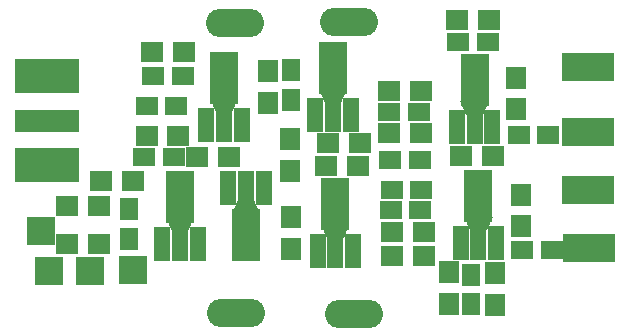
<source format=gbr>
G04 #@! TF.FileFunction,Soldermask,Top*
%FSLAX46Y46*%
G04 Gerber Fmt 4.6, Leading zero omitted, Abs format (unit mm)*
G04 Created by KiCad (PCBNEW 4.0.7) date 04/22/20 14:45:24*
%MOMM*%
%LPD*%
G01*
G04 APERTURE LIST*
%ADD10C,0.100000*%
%ADD11R,1.900000X1.650000*%
%ADD12R,1.900000X1.700000*%
%ADD13R,1.650000X1.900000*%
%ADD14R,1.700000X1.900000*%
%ADD15O,4.900000X2.400000*%
%ADD16R,4.400000X2.400000*%
%ADD17R,2.400000X2.400000*%
%ADD18R,1.400000X2.900000*%
%ADD19R,2.400000X4.400000*%
%ADD20R,5.480000X2.900000*%
%ADD21R,5.480000X1.900000*%
G04 APERTURE END LIST*
D10*
D11*
X94700000Y-87600000D03*
X97200000Y-87600000D03*
D12*
X100750000Y-91300000D03*
X103450000Y-91300000D03*
X76850000Y-89650000D03*
X74150000Y-89650000D03*
D11*
X105940000Y-99320000D03*
X108440000Y-99320000D03*
X94825000Y-95900000D03*
X97325000Y-95900000D03*
D13*
X86360000Y-86594000D03*
X86360000Y-84094000D03*
D11*
X74150000Y-87100000D03*
X76650000Y-87100000D03*
X74696000Y-84582000D03*
X77196000Y-84582000D03*
D14*
X99725000Y-101175000D03*
X99725000Y-103875000D03*
D12*
X94900000Y-97775000D03*
X97600000Y-97775000D03*
X78406000Y-91440000D03*
X81106000Y-91440000D03*
X89380000Y-92170000D03*
X92080000Y-92170000D03*
X89480000Y-90240000D03*
X92180000Y-90240000D03*
X70100000Y-98800000D03*
X67400000Y-98800000D03*
X67400000Y-95600000D03*
X70100000Y-95600000D03*
D15*
X91750000Y-104700000D03*
X81700000Y-104650000D03*
X91300000Y-80000000D03*
X81600000Y-80100000D03*
D13*
X101650000Y-103900000D03*
X101650000Y-101400000D03*
D11*
X105650000Y-89525000D03*
X108150000Y-89525000D03*
D16*
X111580000Y-99100000D03*
X111500000Y-94200000D03*
D17*
X69400000Y-101050000D03*
X73000000Y-100950000D03*
X65200000Y-97700000D03*
X65850000Y-101100000D03*
D14*
X105830000Y-97300000D03*
X105830000Y-94600000D03*
X84400000Y-86850000D03*
X84400000Y-84150000D03*
D18*
X100750000Y-98680000D03*
X102250000Y-98680000D03*
X103750000Y-98680000D03*
D19*
X102250000Y-94720000D03*
D10*
G36*
X103450000Y-96495000D02*
X102950000Y-97645000D01*
X101550000Y-97645000D01*
X101050000Y-96495000D01*
X103450000Y-96495000D01*
X103450000Y-96495000D01*
G37*
D18*
X100425000Y-88880000D03*
X101925000Y-88880000D03*
X103425000Y-88880000D03*
D19*
X101925000Y-84920000D03*
D10*
G36*
X103125000Y-86695000D02*
X102625000Y-87845000D01*
X101225000Y-87845000D01*
X100725000Y-86695000D01*
X103125000Y-86695000D01*
X103125000Y-86695000D01*
G37*
D18*
X79200000Y-88680000D03*
X80700000Y-88680000D03*
X82200000Y-88680000D03*
D19*
X80700000Y-84720000D03*
D10*
G36*
X81900000Y-86495000D02*
X81400000Y-87645000D01*
X80000000Y-87645000D01*
X79500000Y-86495000D01*
X81900000Y-86495000D01*
X81900000Y-86495000D01*
G37*
D20*
X65750000Y-84600000D03*
X65750000Y-92100000D03*
D21*
X65750000Y-88350000D03*
D12*
X94650000Y-89400000D03*
X97350000Y-89400000D03*
D11*
X100525000Y-81725000D03*
X103025000Y-81725000D03*
D16*
X111500000Y-83800000D03*
X111500000Y-89300000D03*
D18*
X75462000Y-98754000D03*
X76962000Y-98754000D03*
X78462000Y-98754000D03*
D19*
X76962000Y-94794000D03*
D10*
G36*
X78162000Y-96569000D02*
X77662000Y-97719000D01*
X76262000Y-97719000D01*
X75762000Y-96569000D01*
X78162000Y-96569000D01*
X78162000Y-96569000D01*
G37*
D18*
X88630000Y-99350000D03*
X90130000Y-99350000D03*
X91630000Y-99350000D03*
D19*
X90130000Y-95390000D03*
D10*
G36*
X91330000Y-97165000D02*
X90830000Y-98315000D01*
X89430000Y-98315000D01*
X88930000Y-97165000D01*
X91330000Y-97165000D01*
X91330000Y-97165000D01*
G37*
D18*
X84050000Y-94032000D03*
X82550000Y-94032000D03*
X81050000Y-94032000D03*
D19*
X82550000Y-97992000D03*
D10*
G36*
X81350000Y-96217000D02*
X81850000Y-95067000D01*
X83250000Y-95067000D01*
X83750000Y-96217000D01*
X81350000Y-96217000D01*
X81350000Y-96217000D01*
G37*
D18*
X88450000Y-87880000D03*
X89950000Y-87880000D03*
X91450000Y-87880000D03*
D19*
X89950000Y-83920000D03*
D10*
G36*
X91150000Y-85695000D02*
X90650000Y-86845000D01*
X89250000Y-86845000D01*
X88750000Y-85695000D01*
X91150000Y-85695000D01*
X91150000Y-85695000D01*
G37*
D14*
X105400000Y-87400000D03*
X105400000Y-84700000D03*
X86390000Y-96470000D03*
X86390000Y-99170000D03*
X86310000Y-89930000D03*
X86310000Y-92630000D03*
D11*
X76434000Y-91440000D03*
X73934000Y-91440000D03*
D13*
X72650000Y-98350000D03*
X72650000Y-95850000D03*
D14*
X103650000Y-101250000D03*
X103650000Y-103950000D03*
D12*
X100425000Y-79825000D03*
X103125000Y-79825000D03*
X70275000Y-93450000D03*
X72975000Y-93450000D03*
X97400000Y-85850000D03*
X94700000Y-85850000D03*
X77296000Y-82550000D03*
X74596000Y-82550000D03*
D11*
X94800000Y-91700000D03*
X97300000Y-91700000D03*
X94910000Y-94210000D03*
X97410000Y-94210000D03*
D12*
X97600000Y-99800000D03*
X94900000Y-99800000D03*
M02*

</source>
